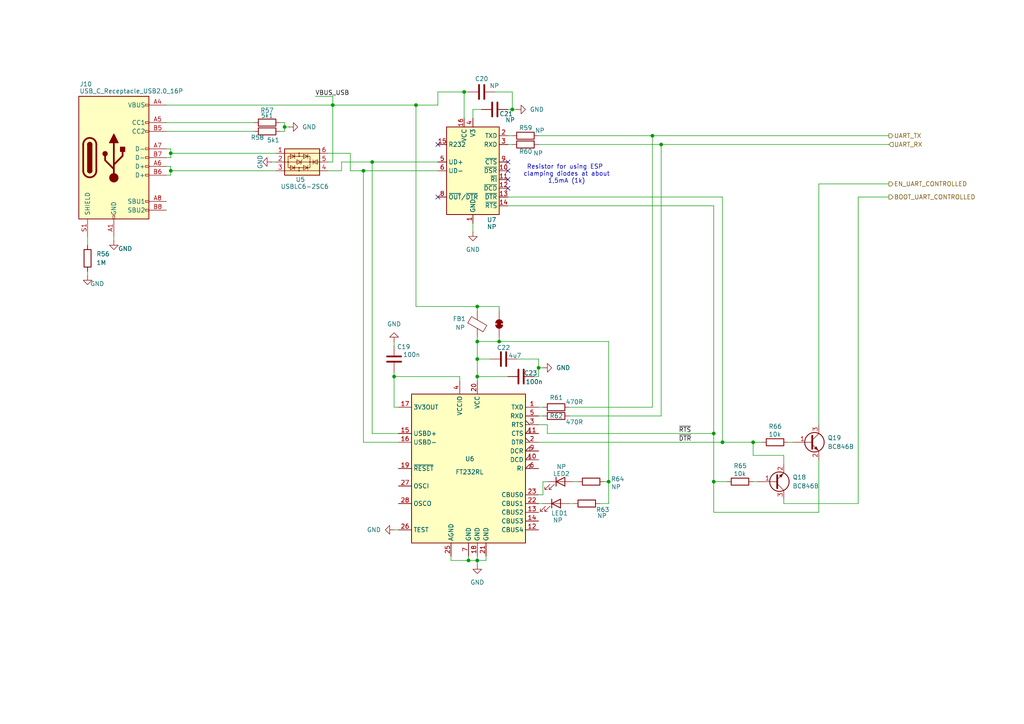
<source format=kicad_sch>
(kicad_sch (version 20231120) (generator "eeschema") (generator_version "8.0")
  (paper "A4")
  (lib_symbols
    (symbol "Connector:USB_C_Receptacle_USB2.0_16P" (pin_names (offset 1.016))
      (property "Reference" "J" (at 0 22.225 0))
      (property "Value" "USB_C_Receptacle_USB2.0_16P" (at 0 19.685 0))
      (symbol "USB_C_Receptacle_USB2.0_16P_0_0"
        (rectangle (start -0.254 -17.78) (end 0.254 -16.764))
        (rectangle (start 10.16 -14.986) (end 9.144 -15.494))
        (rectangle (start 10.16 -12.446) (end 9.144 -12.954))
        (rectangle (start 10.16 -4.826) (end 9.144 -5.334))
        (rectangle (start 10.16 -2.286) (end 9.144 -2.794))
        (rectangle (start 10.16 0.254) (end 9.144 -0.254))
        (rectangle (start 10.16 2.794) (end 9.144 2.286))
        (rectangle (start 10.16 7.874) (end 9.144 7.366))
        (rectangle (start 10.16 10.414) (end 9.144 9.906))
        (rectangle (start 10.16 15.494) (end 9.144 14.986))
      )
      (symbol "USB_C_Receptacle_USB2.0_16P_0_1"
        (rectangle (start -10.16 17.78) (end 10.16 -17.78) (stroke (width 0.254)) (fill (type background)))
        (arc (start -8.89 -3.81) (mid -6.985 -5.7067) (end -5.08 -3.81) (stroke (width 0.508)))
        (arc (start -7.62 -3.81) (mid -6.985 -4.4423) (end -6.35 -3.81) (stroke (width 0.254)))
        (arc (start -7.62 -3.81) (mid -6.985 -4.4423) (end -6.35 -3.81) (stroke (width 0.254)) (fill (type outline)))
        (rectangle (start -7.62 -3.81) (end -6.35 3.81) (stroke (width 0.254)) (fill (type outline)))
        (arc (start -6.35 3.81) (mid -6.985 4.4423) (end -7.62 3.81) (stroke (width 0.254)))
        (arc (start -6.35 3.81) (mid -6.985 4.4423) (end -7.62 3.81) (stroke (width 0.254)) (fill (type outline)))
        (arc (start -5.08 3.81) (mid -6.985 5.7067) (end -8.89 3.81) (stroke (width 0.508)))
        (circle (center -2.54 1.143) (radius 0.635) (stroke (width 0.254)) (fill (type outline)))
        (circle (center 0 -5.842) (radius 1.27) (fill (type outline)))
        (polyline (pts (xy -8.89 -3.81) (xy -8.89 3.81)) (stroke (width 0.508)))
        (polyline (pts (xy -5.08 3.81) (xy -5.08 -3.81)) (stroke (width 0.508)))
        (polyline (pts (xy 0 -5.842) (xy 0 4.318)) (stroke (width 0.508)))
        (polyline (pts (xy 0 -3.302) (xy -2.54 -0.762) (xy -2.54 0.508)) (stroke (width 0.508)))
        (polyline (pts (xy 0 -2.032) (xy 2.54 0.508) (xy 2.54 1.778)) (stroke (width 0.508)))
        (polyline (pts (xy -1.27 4.318) (xy 0 6.858) (xy 1.27 4.318) (xy -1.27 4.318)) (stroke (width 0.254)) (fill (type outline)))
        (rectangle (start 1.905 1.778) (end 3.175 3.048) (stroke (width 0.254)) (fill (type outline)))
      )
      (symbol "USB_C_Receptacle_USB2.0_16P_1_1"
        (pin passive line (at 0 -22.86 90) (length 5.08) (name "GND") (number "A1"))
        (pin passive line (at 0 -22.86 90) (length 5.08) hide (name "GND") (number "A12"))
        (pin passive line (at 15.24 15.24 180) (length 5.08) (name "VBUS") (number "A4"))
        (pin bidirectional line (at 15.24 10.16 180) (length 5.08) (name "CC1") (number "A5"))
        (pin bidirectional line (at 15.24 -2.54 180) (length 5.08) (name "D+") (number "A6"))
        (pin bidirectional line (at 15.24 2.54 180) (length 5.08) (name "D-") (number "A7"))
        (pin bidirectional line (at 15.24 -12.7 180) (length 5.08) (name "SBU1") (number "A8"))
        (pin passive line (at 15.24 15.24 180) (length 5.08) hide (name "VBUS") (number "A9"))
        (pin passive line (at 0 -22.86 90) (length 5.08) hide (name "GND") (number "B1"))
        (pin passive line (at 0 -22.86 90) (length 5.08) hide (name "GND") (number "B12"))
        (pin passive line (at 15.24 15.24 180) (length 5.08) hide (name "VBUS") (number "B4"))
        (pin bidirectional line (at 15.24 7.62 180) (length 5.08) (name "CC2") (number "B5"))
        (pin bidirectional line (at 15.24 -5.08 180) (length 5.08) (name "D+") (number "B6"))
        (pin bidirectional line (at 15.24 0 180) (length 5.08) (name "D-") (number "B7"))
        (pin bidirectional line (at 15.24 -15.24 180) (length 5.08) (name "SBU2") (number "B8"))
        (pin passive line (at 15.24 15.24 180) (length 5.08) hide (name "VBUS") (number "B9"))
        (pin passive line (at -7.62 -22.86 90) (length 5.08) (name "SHIELD") (number "S1"))
      )
    )
    (symbol "Device:C" (pin_numbers hide) (pin_names (offset 0.254))
      (property "Reference" "C" (at 0.635 2.54 0))
      (property "Value" "C" (at 0.635 -2.54 0))
      (symbol "C_0_1"
        (polyline (pts (xy -2.032 -0.762) (xy 2.032 -0.762)) (stroke (width 0.508)))
        (polyline (pts (xy -2.032 0.762) (xy 2.032 0.762)) (stroke (width 0.508)))
      )
      (symbol "C_1_1"
        (pin passive line (at 0 3.81 270) (length 2.794) (name "~") (number "1"))
        (pin passive line (at 0 -3.81 90) (length 2.794) (name "~") (number "2"))
      )
    )
    (symbol "Device:FerriteBead" (pin_numbers hide) (pin_names (offset 0))
      (property "Reference" "FB" (at -3.81 0.635 90))
      (property "Value" "FerriteBead" (at 3.81 0 90))
      (symbol "FerriteBead_0_1"
        (polyline (pts (xy 0 -1.27) (xy 0 -1.2192)))
        (polyline (pts (xy 0 1.27) (xy 0 1.2954)))
        (polyline (pts (xy -2.7686 0.4064) (xy -1.7018 2.2606) (xy 2.7686 -0.3048) (xy 1.6764 -2.159) (xy -2.7686 0.4064)))
      )
      (symbol "FerriteBead_1_1"
        (pin passive line (at 0 3.81 270) (length 2.54) (name "~") (number "1"))
        (pin passive line (at 0 -3.81 90) (length 2.54) (name "~") (number "2"))
      )
    )
    (symbol "Device:LED" (pin_numbers hide) (pin_names (offset 1.016) hide)
      (property "Reference" "D" (at 0 2.54 0))
      (property "Value" "LED" (at 0 -2.54 0))
      (symbol "LED_0_1"
        (polyline (pts (xy -1.27 -1.27) (xy -1.27 1.27)) (stroke (width 0.254)))
        (polyline (pts (xy -1.27 0) (xy 1.27 0)))
        (polyline (pts (xy 1.27 -1.27) (xy 1.27 1.27) (xy -1.27 0) (xy 1.27 -1.27)) (stroke (width 0.254)))
        (polyline (pts (xy -3.048 -0.762) (xy -4.572 -2.286) (xy -3.81 -2.286) (xy -4.572 -2.286) (xy -4.572 -1.524)))
        (polyline (pts (xy -1.778 -0.762) (xy -3.302 -2.286) (xy -2.54 -2.286) (xy -3.302 -2.286) (xy -3.302 -1.524)))
      )
      (symbol "LED_1_1"
        (pin passive line (at -3.81 0 0) (length 2.54) (name "K") (number "1"))
        (pin passive line (at 3.81 0 180) (length 2.54) (name "A") (number "2"))
      )
    )
    (symbol "Device:R" (pin_numbers hide) (pin_names (offset 0))
      (property "Reference" "R" (at 2.032 0 90))
      (property "Value" "R" (at 0 0 90))
      (symbol "R_0_1"
        (rectangle (start -1.016 -2.54) (end 1.016 2.54) (stroke (width 0.254)))
      )
      (symbol "R_1_1"
        (pin passive line (at 0 3.81 270) (length 1.27) (name "~") (number "1"))
        (pin passive line (at 0 -3.81 90) (length 1.27) (name "~") (number "2"))
      )
    )
    (symbol "Interface_USB:CH340C"
      (property "Reference" "U" (at -5.08 13.97 0))
      (property "Value" "CH340C" (at 1.27 13.97 0))
      (symbol "CH340C_0_1"
        (rectangle (start -7.62 12.7) (end 7.62 -12.7) (stroke (width 0.254)) (fill (type background)))
      )
      (symbol "CH340C_1_1"
        (pin power_in line (at 0 -15.24 90) (length 2.54) (name "GND") (number "1"))
        (pin input line (at 10.16 0 180) (length 2.54) (name "~{DSR}") (number "10"))
        (pin input line (at 10.16 -2.54 180) (length 2.54) (name "~{RI}") (number "11"))
        (pin input line (at 10.16 -5.08 180) (length 2.54) (name "~{DCD}") (number "12"))
        (pin output line (at 10.16 -7.62 180) (length 2.54) (name "~{DTR}") (number "13"))
        (pin output line (at 10.16 -10.16 180) (length 2.54) (name "~{RTS}") (number "14"))
        (pin input line (at -10.16 7.62 0) (length 2.54) (name "R232") (number "15"))
        (pin power_in line (at -2.54 15.24 270) (length 2.54) (name "VCC") (number "16"))
        (pin output line (at 10.16 10.16 180) (length 2.54) (name "TXD") (number "2"))
        (pin input line (at 10.16 7.62 180) (length 2.54) (name "RXD") (number "3"))
        (pin power_out line (at 0 15.24 270) (length 2.54) (name "V3") (number "4"))
        (pin bidirectional line (at -10.16 2.54 0) (length 2.54) (name "UD+") (number "5"))
        (pin bidirectional line (at -10.16 0 0) (length 2.54) (name "UD-") (number "6"))
        (pin no_connect line (at -7.62 -5.08 0) (length 2.54) hide (name "NC") (number "7"))
        (pin output line (at -10.16 -7.62 0) (length 2.54) (name "~{OUT}/~{DTR}") (number "8"))
        (pin input line (at 10.16 2.54 180) (length 2.54) (name "~{CTS}") (number "9"))
      )
    )
    (symbol "Interface_USB:FT232RL"
      (property "Reference" "U" (at -16.51 22.86 0))
      (property "Value" "FT232RL" (at 10.16 22.86 0))
      (symbol "FT232RL_0_1"
        (rectangle (start -16.51 21.59) (end 16.51 -21.59) (stroke (width 0.254)) (fill (type background)))
      )
      (symbol "FT232RL_1_1"
        (pin output line (at 20.32 17.78 180) (length 3.81) (name "TXD") (number "1"))
        (pin input input_low (at 20.32 2.54 180) (length 3.81) (name "DCD") (number "10"))
        (pin input input_low (at 20.32 10.16 180) (length 3.81) (name "CTS") (number "11"))
        (pin bidirectional line (at 20.32 -17.78 180) (length 3.81) (name "CBUS4") (number "12"))
        (pin bidirectional line (at 20.32 -12.7 180) (length 3.81) (name "CBUS2") (number "13"))
        (pin bidirectional line (at 20.32 -15.24 180) (length 3.81) (name "CBUS3") (number "14"))
        (pin bidirectional line (at -20.32 10.16 0) (length 3.81) (name "USBD+") (number "15"))
        (pin bidirectional line (at -20.32 7.62 0) (length 3.81) (name "USBD-") (number "16"))
        (pin power_out line (at -20.32 17.78 0) (length 3.81) (name "3V3OUT") (number "17"))
        (pin power_in line (at 2.54 -25.4 90) (length 3.81) (name "GND") (number "18"))
        (pin input line (at -20.32 0 0) (length 3.81) (name "~{RESET}") (number "19"))
        (pin output output_low (at 20.32 7.62 180) (length 3.81) (name "DTR") (number "2"))
        (pin power_in line (at 2.54 25.4 270) (length 3.81) (name "VCC") (number "20"))
        (pin power_in line (at 5.08 -25.4 90) (length 3.81) (name "GND") (number "21"))
        (pin bidirectional line (at 20.32 -10.16 180) (length 3.81) (name "CBUS1") (number "22"))
        (pin bidirectional line (at 20.32 -7.62 180) (length 3.81) (name "CBUS0") (number "23"))
        (pin power_in line (at -5.08 -25.4 90) (length 3.81) (name "AGND") (number "25"))
        (pin input line (at -20.32 -17.78 0) (length 3.81) (name "TEST") (number "26"))
        (pin input line (at -20.32 -5.08 0) (length 3.81) (name "OSCI") (number "27"))
        (pin output line (at -20.32 -10.16 0) (length 3.81) (name "OSCO") (number "28"))
        (pin output output_low (at 20.32 12.7 180) (length 3.81) (name "RTS") (number "3"))
        (pin power_in line (at -2.54 25.4 270) (length 3.81) (name "VCCIO") (number "4"))
        (pin input line (at 20.32 15.24 180) (length 3.81) (name "RXD") (number "5"))
        (pin input input_low (at 20.32 0 180) (length 3.81) (name "RI") (number "6"))
        (pin power_in line (at 0 -25.4 90) (length 3.81) (name "GND") (number "7"))
        (pin input input_low (at 20.32 5.08 180) (length 3.81) (name "DCR") (number "9"))
      )
    )
    (symbol "Jumper:SolderJumper_2_Bridged" (pin_numbers hide) (pin_names (offset 0) hide) (exclude_from_sim yes) (in_bom no)
      (property "Reference" "JP" (at 0 2.032 0))
      (property "Value" "SolderJumper_2_Bridged" (at 0 -2.54 0))
      (symbol "SolderJumper_2_Bridged_0_1"
        (rectangle (start -0.508 0.508) (end 0.508 -0.508) (fill (type outline)))
        (arc (start -0.254 1.016) (mid -1.2656 0) (end -0.254 -1.016))
        (arc (start -0.254 1.016) (mid -1.2656 0) (end -0.254 -1.016) (fill (type outline)))
        (polyline (pts (xy -0.254 1.016) (xy -0.254 -1.016)))
        (polyline (pts (xy 0.254 1.016) (xy 0.254 -1.016)))
        (arc (start 0.254 -1.016) (mid 1.2656 0) (end 0.254 1.016))
        (arc (start 0.254 -1.016) (mid 1.2656 0) (end 0.254 1.016) (fill (type outline)))
      )
      (symbol "SolderJumper_2_Bridged_1_1"
        (pin passive line (at -3.81 0 0) (length 2.54) (name "A") (number "1"))
        (pin passive line (at 3.81 0 180) (length 2.54) (name "B") (number "2"))
      )
    )
    (symbol "Power_Protection:WE-TVS-82400102"
      (property "Reference" "U" (at 0 7.62 0))
      (property "Value" "WE-TVS-82400102" (at 0 5.08 0))
      (symbol "WE-TVS-82400102_0_1"
        (circle (center -4.064 0) (radius 0.127))
        (rectangle (start -4.064 1.651) (end 2.286 -1.651))
        (circle (center -0.889 -2.54) (radius 0.127))
        (circle (center -0.889 -1.651) (radius 0.127))
        (circle (center -0.889 1.651) (radius 0.127))
        (circle (center -0.889 2.54) (radius 0.127))
        (polyline (pts (xy -5.08 -2.54) (xy 5.08 -2.54)))
        (polyline (pts (xy -5.08 2.54) (xy 5.08 2.54)))
        (polyline (pts (xy -4.064 0) (xy -5.08 0)))
        (polyline (pts (xy -4.064 0) (xy 2.286 0)) (fill (type outline)))
        (polyline (pts (xy -2.159 -1.016) (xy -2.159 -2.286)))
        (polyline (pts (xy -2.159 2.286) (xy -2.159 1.016)))
        (polyline (pts (xy -0.889 -1.651) (xy -0.889 -2.413)))
        (polyline (pts (xy -0.889 1.651) (xy -0.889 2.54)))
        (polyline (pts (xy -0.508 -0.635) (xy -0.508 -0.635)))
        (polyline (pts (xy 1.651 -1.016) (xy 1.651 -2.286)))
        (polyline (pts (xy 1.651 2.286) (xy 1.651 1.016)))
        (polyline (pts (xy 2.286 0) (xy 5.08 0)))
        (polyline (pts (xy -3.429 -1.016) (xy -3.429 -2.286) (xy -2.159 -1.651) (xy -3.429 -1.016)))
        (polyline (pts (xy -3.429 1.016) (xy -3.429 2.286) (xy -2.159 1.651) (xy -3.429 1.016)))
        (polyline (pts (xy 0 0.635) (xy -0.254 0.381) (xy -0.254 -0.381) (xy -0.508 -0.635)))
        (polyline (pts (xy 0.381 -1.016) (xy 0.381 -2.286) (xy 1.651 -1.651) (xy 0.381 -1.016)))
        (polyline (pts (xy 0.381 1.016) (xy 0.381 2.286) (xy 1.651 1.651) (xy 0.381 1.016)))
        (circle (center 2.286 0) (radius 0.127))
      )
      (symbol "WE-TVS-82400102_1_1"
        (rectangle (start -5.08 3.81) (end 5.08 -3.81) (stroke (width 0.254)) (fill (type background)))
        (polyline (pts (xy 3.175 0.635) (xy 3.175 -0.635)))
        (polyline (pts (xy -1.524 0.635) (xy -1.524 -0.635) (xy -0.254 0) (xy -1.524 0.635)))
        (polyline (pts (xy 4.445 0.635) (xy 4.445 -0.635) (xy 3.175 0) (xy 4.445 0.635)))
        (pin passive line (at -7.62 2.54 0) (length 2.54) (name "~") (number "1"))
        (pin passive line (at -7.62 0 0) (length 2.54) (name "~") (number "2"))
        (pin passive line (at -7.62 -2.54 0) (length 2.54) (name "~") (number "3"))
        (pin passive line (at 7.62 -2.54 180) (length 2.54) (name "~") (number "4"))
        (pin passive line (at 7.62 0 180) (length 2.54) (name "~") (number "5"))
        (pin passive line (at 7.62 2.54 180) (length 2.54) (name "~") (number "6"))
      )
    )
    (symbol "Transistor_BJT:BC847" (pin_names (offset 0) hide)
      (property "Reference" "Q" (at 5.08 1.905 0))
      (property "Value" "BC847" (at 5.08 0 0))
      (symbol "BC847_0_1"
        (polyline (pts (xy 0.635 0.635) (xy 2.54 2.54)))
        (polyline (pts (xy 0.635 -0.635) (xy 2.54 -2.54) (xy 2.54 -2.54)))
        (polyline (pts (xy 0.635 1.905) (xy 0.635 -1.905) (xy 0.635 -1.905)) (stroke (width 0.508)))
        (polyline (pts (xy 1.27 -1.778) (xy 1.778 -1.27) (xy 2.286 -2.286) (xy 1.27 -1.778) (xy 1.27 -1.778)) (fill (type outline)))
        (circle (center 1.27 0) (radius 2.8194) (stroke (width 0.254)))
      )
      (symbol "BC847_1_1"
        (pin input line (at -5.08 0 0) (length 5.715) (name "B") (number "1"))
        (pin passive line (at 2.54 -5.08 90) (length 2.54) (name "E") (number "2"))
        (pin passive line (at 2.54 5.08 270) (length 2.54) (name "C") (number "3"))
      )
    )
    (symbol "power:GND" (power) (pin_numbers hide) (pin_names (offset 0) hide)
      (property "Value" "GND" (at 0 -3.81 0))
      (symbol "GND_0_1"
        (polyline (pts (xy 0 0) (xy 0 -1.27) (xy 1.27 -1.27) (xy 0 -2.54) (xy -1.27 -1.27) (xy 0 -1.27)))
      )
      (symbol "GND_1_1"
        (pin power_in line (at 0 0 270) (length 0) (name "~") (number "1"))
      )
    )
  )
  (junction (at 120.65 30.48))
  (junction (at 82.55 36.83))
  (junction (at 114.3 109.22))
  (junction (at 107.95 46.99))
  (junction (at 207.01 125.73))
  (junction (at 207.01 139.7))
  (junction (at 189.23 39.37))
  (junction (at 49.53 44.45))
  (junction (at 138.43 162.56))
  (junction (at 218.44 128.27))
  (junction (at 138.43 99.06))
  (junction (at 144.78 99.06))
  (junction (at 105.41 49.53))
  (junction (at 176.53 139.7))
  (junction (at 138.43 109.22))
  (junction (at 191.77 41.91))
  (junction (at 49.53 49.53))
  (junction (at 96.52 30.48))
  (junction (at 135.89 162.56))
  (junction (at 156.21 106.68))
  (junction (at 148.59 31.75))
  (junction (at 138.43 104.14))
  (junction (at 138.43 88.9))
  (junction (at 209.55 128.27))
  (junction (at 134.62 26.67))
  (no_connect (at 147.32 52.07))
  (no_connect (at 147.32 54.61))
  (no_connect (at 127 57.15))
  (no_connect (at 127 41.91))
  (no_connect (at 147.32 49.53))
  (no_connect (at 147.32 46.99))
  (wire (pts (xy 176.53 99.06) (xy 176.53 139.7)))
  (wire (pts (xy 227.33 146.05) (xy 227.33 144.78)))
  (wire (pts (xy 48.26 50.8) (xy 49.53 50.8)))
  (wire (pts (xy 176.53 139.7) (xy 176.53 146.05)))
  (wire (pts (xy 207.01 59.69) (xy 207.01 125.73)))
  (wire (pts (xy 156.21 120.65) (xy 157.48 120.65)))
  (wire (pts (xy 120.65 88.9) (xy 138.43 88.9)))
  (wire (pts (xy 48.26 48.26) (xy 49.53 48.26)))
  (wire (pts (xy 48.26 30.48) (xy 96.52 30.48)))
  (wire (pts (xy 138.43 88.9) (xy 138.43 90.17)))
  (wire (pts (xy 143.51 26.67) (xy 148.59 26.67)))
  (wire (pts (xy 25.4 68.58) (xy 25.4 71.12)))
  (wire (pts (xy 138.43 99.06) (xy 144.78 99.06)))
  (wire (pts (xy 165.1 120.65) (xy 191.77 120.65)))
  (wire (pts (xy 107.95 125.73) (xy 115.57 125.73)))
  (wire (pts (xy 137.16 64.77) (xy 137.16 67.31)))
  (wire (pts (xy 99.06 46.99) (xy 107.95 46.99)))
  (wire (pts (xy 191.77 120.65) (xy 191.77 41.91)))
  (wire (pts (xy 207.01 139.7) (xy 210.82 139.7)))
  (wire (pts (xy 95.25 49.53) (xy 99.06 49.53)))
  (wire (pts (xy 101.6 49.53) (xy 105.41 49.53)))
  (wire (pts (xy 147.32 57.15) (xy 209.55 57.15)))
  (wire (pts (xy 81.28 35.56) (xy 82.55 35.56)))
  (wire (pts (xy 176.53 146.05) (xy 173.99 146.05)))
  (wire (pts (xy 147.32 39.37) (xy 148.59 39.37)))
  (wire (pts (xy 138.43 104.14) (xy 142.24 104.14)))
  (wire (pts (xy 237.49 133.35) (xy 237.49 148.59)))
  (wire (pts (xy 157.48 139.7) (xy 158.75 139.7)))
  (wire (pts (xy 138.43 109.22) (xy 147.32 109.22)))
  (wire (pts (xy 144.78 97.79) (xy 144.78 99.06)))
  (wire (pts (xy 166.37 139.7) (xy 167.64 139.7)))
  (wire (pts (xy 82.55 36.83) (xy 82.55 38.1)))
  (wire (pts (xy 105.41 49.53) (xy 127 49.53)))
  (wire (pts (xy 148.59 26.67) (xy 148.59 31.75)))
  (wire (pts (xy 218.44 139.7) (xy 219.71 139.7)))
  (wire (pts (xy 189.23 118.11) (xy 189.23 39.37)))
  (wire (pts (xy 49.53 43.18) (xy 49.53 44.45)))
  (wire (pts (xy 207.01 125.73) (xy 207.01 139.7)))
  (wire (pts (xy 227.33 134.62) (xy 227.33 132.08)))
  (wire (pts (xy 140.97 161.29) (xy 140.97 162.56)))
  (wire (pts (xy 114.3 153.67) (xy 115.57 153.67)))
  (wire (pts (xy 49.53 49.53) (xy 80.01 49.53)))
  (wire (pts (xy 49.53 49.53) (xy 49.53 50.8)))
  (wire (pts (xy 156.21 104.14) (xy 156.21 106.68)))
  (wire (pts (xy 91.44 27.94) (xy 96.52 27.94)))
  (wire (pts (xy 156.21 106.68) (xy 157.48 106.68)))
  (wire (pts (xy 135.89 26.67) (xy 134.62 26.67)))
  (wire (pts (xy 99.06 46.99) (xy 99.06 49.53)))
  (wire (pts (xy 49.53 45.72) (xy 48.26 45.72)))
  (wire (pts (xy 156.21 118.11) (xy 157.48 118.11)))
  (wire (pts (xy 227.33 132.08) (xy 218.44 132.08)))
  (wire (pts (xy 138.43 161.29) (xy 138.43 162.56)))
  (wire (pts (xy 149.86 104.14) (xy 156.21 104.14)))
  (wire (pts (xy 81.28 38.1) (xy 82.55 38.1)))
  (wire (pts (xy 33.02 68.58) (xy 33.02 69.85)))
  (wire (pts (xy 175.26 139.7) (xy 176.53 139.7)))
  (wire (pts (xy 248.92 57.15) (xy 248.92 146.05)))
  (wire (pts (xy 237.49 123.19) (xy 237.49 53.34)))
  (wire (pts (xy 48.26 35.56) (xy 73.66 35.56)))
  (wire (pts (xy 189.23 39.37) (xy 257.81 39.37)))
  (wire (pts (xy 105.41 128.27) (xy 115.57 128.27)))
  (wire (pts (xy 95.25 44.45) (xy 101.6 44.45)))
  (wire (pts (xy 156.21 39.37) (xy 189.23 39.37)))
  (wire (pts (xy 114.3 109.22) (xy 114.3 107.95)))
  (wire (pts (xy 96.52 30.48) (xy 120.65 30.48)))
  (wire (pts (xy 209.55 57.15) (xy 209.55 128.27)))
  (wire (pts (xy 144.78 90.17) (xy 144.78 88.9)))
  (wire (pts (xy 139.7 31.75) (xy 137.16 31.75)))
  (wire (pts (xy 156.21 106.68) (xy 156.21 109.22)))
  (wire (pts (xy 156.21 41.91) (xy 191.77 41.91)))
  (wire (pts (xy 114.3 118.11) (xy 114.3 109.22)))
  (wire (pts (xy 133.35 110.49) (xy 133.35 109.22)))
  (wire (pts (xy 237.49 148.59) (xy 207.01 148.59)))
  (wire (pts (xy 165.1 118.11) (xy 189.23 118.11)))
  (wire (pts (xy 228.6 128.27) (xy 229.87 128.27)))
  (wire (pts (xy 115.57 118.11) (xy 114.3 118.11)))
  (wire (pts (xy 114.3 99.06) (xy 114.3 100.33)))
  (wire (pts (xy 101.6 49.53) (xy 101.6 44.45)))
  (wire (pts (xy 135.89 161.29) (xy 135.89 162.56)))
  (wire (pts (xy 130.81 161.29) (xy 130.81 162.56)))
  (wire (pts (xy 49.53 44.45) (xy 49.53 45.72)))
  (wire (pts (xy 120.65 30.48) (xy 127 30.48)))
  (wire (pts (xy 138.43 109.22) (xy 138.43 110.49)))
  (wire (pts (xy 158.75 125.73) (xy 158.75 123.19)))
  (wire (pts (xy 138.43 97.79) (xy 138.43 99.06)))
  (wire (pts (xy 137.16 31.75) (xy 137.16 34.29)))
  (wire (pts (xy 96.52 30.48) (xy 96.52 46.99)))
  (wire (pts (xy 257.81 57.15) (xy 248.92 57.15)))
  (wire (pts (xy 156.21 128.27) (xy 209.55 128.27)))
  (wire (pts (xy 107.95 125.73) (xy 107.95 46.99)))
  (wire (pts (xy 135.89 162.56) (xy 138.43 162.56)))
  (wire (pts (xy 257.81 53.34) (xy 237.49 53.34)))
  (wire (pts (xy 120.65 88.9) (xy 120.65 30.48)))
  (wire (pts (xy 209.55 128.27) (xy 218.44 128.27)))
  (wire (pts (xy 218.44 128.27) (xy 218.44 132.08)))
  (wire (pts (xy 207.01 148.59) (xy 207.01 139.7)))
  (wire (pts (xy 158.75 123.19) (xy 156.21 123.19)))
  (wire (pts (xy 156.21 109.22) (xy 154.94 109.22)))
  (wire (pts (xy 25.4 78.74) (xy 25.4 80.01)))
  (wire (pts (xy 191.77 41.91) (xy 257.81 41.91)))
  (wire (pts (xy 114.3 109.22) (xy 133.35 109.22)))
  (wire (pts (xy 138.43 104.14) (xy 138.43 109.22)))
  (wire (pts (xy 127 30.48) (xy 127 26.67)))
  (wire (pts (xy 105.41 128.27) (xy 105.41 49.53)))
  (wire (pts (xy 82.55 35.56) (xy 82.55 36.83)))
  (wire (pts (xy 248.92 146.05) (xy 227.33 146.05)))
  (wire (pts (xy 157.48 139.7) (xy 157.48 143.51)))
  (wire (pts (xy 49.53 43.18) (xy 48.26 43.18)))
  (wire (pts (xy 107.95 46.99) (xy 127 46.99)))
  (wire (pts (xy 144.78 88.9) (xy 138.43 88.9)))
  (wire (pts (xy 134.62 26.67) (xy 134.62 34.29)))
  (wire (pts (xy 165.1 146.05) (xy 166.37 146.05)))
  (wire (pts (xy 156.21 146.05) (xy 157.48 146.05)))
  (wire (pts (xy 147.32 41.91) (xy 148.59 41.91)))
  (wire (pts (xy 138.43 162.56) (xy 140.97 162.56)))
  (wire (pts (xy 147.32 31.75) (xy 148.59 31.75)))
  (wire (pts (xy 49.53 44.45) (xy 80.01 44.45)))
  (wire (pts (xy 138.43 99.06) (xy 138.43 104.14)))
  (wire (pts (xy 48.26 38.1) (xy 73.66 38.1)))
  (wire (pts (xy 49.53 48.26) (xy 49.53 49.53)))
  (wire (pts (xy 158.75 125.73) (xy 207.01 125.73)))
  (wire (pts (xy 95.25 46.99) (xy 96.52 46.99)))
  (wire (pts (xy 218.44 128.27) (xy 220.98 128.27)))
  (wire (pts (xy 78.74 46.99) (xy 80.01 46.99)))
  (wire (pts (xy 130.81 162.56) (xy 135.89 162.56)))
  (wire (pts (xy 127 26.67) (xy 134.62 26.67)))
  (wire (pts (xy 157.48 143.51) (xy 156.21 143.51)))
  (wire (pts (xy 82.55 36.83) (xy 83.82 36.83)))
  (wire (pts (xy 144.78 99.06) (xy 176.53 99.06)))
  (wire (pts (xy 96.52 27.94) (xy 96.52 30.48)))
  (wire (pts (xy 138.43 162.56) (xy 138.43 163.83)))
  (wire (pts (xy 147.32 59.69) (xy 207.01 59.69)))
  (wire (pts (xy 148.59 31.75) (xy 149.86 31.75)))
  (text "Resistor for using ESP \nclamping diodes at about\n1,5mA (1k)" (at 164.338 50.546 0) (effects (font (size 1.27 1.27))))
  (label "~{RTS}" (at 196.85 125.73 0))
  (label "~{DTR}" (at 196.85 128.27 0))
  (label "VBUS_USB" (at 91.44 27.94 0))
  (hierarchical_label "UART_RX" (shape input) (at 257.81 41.91 0))
  (hierarchical_label "BOOT_UART_CONTROLLED" (shape output) (at 257.81 57.15 0))
  (hierarchical_label "EN_UART_CONTROLLED" (shape output) (at 257.81 53.34 0))
  (hierarchical_label "UART_TX" (shape output) (at 257.81 39.37 0))
  (symbol (lib_id "Device:R") (at 77.47 35.56 90) (unit 1)
    (property "Reference" "R57" (at 77.47 32.004 90))
    (property "Value" "5k1" (at 77.47 33.528 90))
    (property "Footprint" "Resistor_SMD:R_0603_1608Metric" (effects (hide yes)))
    (property "Description" "Resistor" (effects (hide yes)))
  )
  (symbol (lib_id "power:GND") (at 149.86 31.75 90) (unit 1)
    (property "Reference" "#PWR0112" (effects (hide yes)))
    (property "Value" "GND" (at 153.67 31.7499 90) (effects (justify right)))
    (property "Description" "Power symbol creates a global label with name \"GND\" , ground" (effects (hide yes)))
  )
  (symbol (lib_id "Device:R") (at 214.63 139.7 90) (unit 1)
    (property "Reference" "R65" (at 216.662 135.128 90) (effects (justify left)))
    (property "Value" "10k" (at 216.408 137.414 90) (effects (justify left)))
    (property "Footprint" "Resistor_SMD:R_0603_1608Metric" (effects (hide yes)))
    (property "Description" "Resistor" (effects (hide yes)))
  )
  (symbol (lib_id "power:GND") (at 138.43 163.83 0) (unit 1)
    (property "Reference" "#PWR0111" (effects (hide yes)))
    (property "Value" "GND" (at 138.43 168.91 0))
    (property "Description" "Power symbol creates a global label with name \"GND\" , ground" (effects (hide yes)))
  )
  (symbol (lib_id "Device:C") (at 151.13 109.22 270) (unit 1)
    (property "Reference" "C23" (at 153.924 108.204 90))
    (property "Value" "100n" (at 154.94 110.744 90))
    (property "Footprint" "Capacitor_SMD:C_0603_1608Metric" (effects (hide yes)))
    (property "Description" "Unpolarized capacitor" (effects (hide yes)))
  )
  (symbol (lib_id "Interface_USB:CH340C") (at 137.16 49.53 0) (unit 1)
    (property "Reference" "U7" (at 141.224 63.754 0) (effects (justify left)))
    (property "Value" "NP" (at 141.224 65.786 0) (effects (justify left)))
    (property "Footprint" "Package_SO:SOIC-16_3.9x9.9mm_P1.27mm" (effects (hide yes)))
    (property "Datasheet" "https://datasheet.lcsc.com/szlcsc/Jiangsu-Qin-Heng-CH340C_C84681.pdf" (effects (hide yes)))
    (property "Description" "USB serial converter, UART, SOIC-16" (effects (hide yes)))
  )
  (symbol (lib_id "power:GND") (at 114.3 99.06 180) (unit 1)
    (property "Reference" "#PWR0108" (effects (hide yes)))
    (property "Value" "GND" (at 114.3 93.98 0))
    (property "Description" "Power symbol creates a global label with name \"GND\" , ground" (effects (hide yes)))
  )
  (symbol (lib_id "Connector:USB_C_Receptacle_USB2.0_16P") (at 33.02 45.72 0) (unit 1)
    (property "Reference" "J10" (at 24.892 24.384 0))
    (property "Value" "USB_C_Receptacle_USB2.0_16P" (at 38.1 26.416 0))
    (property "Footprint" "els_kicad_lib:USB_C_HorVert_top_GCT-JAE-HRO_USB4160-DX07S024WJ3R400-C31M12" (effects (hide yes)))
    (property "Datasheet" "https://www.usb.org/sites/default/files/documents/usb_type-c.zip" (effects (hide yes)))
    (property "Description" "USB 2.0-only 16P Type-C Receptacle connector" (effects (hide yes)))
  )
  (symbol (lib_id "Device:LED") (at 162.56 139.7 0) (unit 1)
    (property "Reference" "LED2" (at 162.814 137.414 0))
    (property "Value" "NP" (at 162.814 135.382 0))
    (property "Footprint" "LED_SMD:LED_0603_1608Metric" (effects (hide yes)))
    (property "Description" "Light emitting diode" (effects (hide yes)))
  )
  (symbol (lib_id "power:GND") (at 78.74 46.99 270) (unit 1)
    (property "Reference" "#PWR0106" (effects (hide yes)))
    (property "Value" "GND" (at 75.438 49.022 0) (effects (justify right)))
    (property "Description" "Power symbol creates a global label with name \"GND\" , ground" (effects (hide yes)))
  )
  (symbol (lib_id "Device:R") (at 152.4 41.91 90) (unit 1)
    (property "Reference" "R60" (at 154.432 43.942 90) (effects (justify left)))
    (property "Value" "NP" (at 154.686 44.45 90) (effects (justify right)))
    (property "Footprint" "Resistor_SMD:R_0603_1608Metric" (effects (hide yes)))
    (property "Description" "Resistor" (effects (hide yes)))
  )
  (symbol (lib_id "Jumper:SolderJumper_2_Bridged") (at 144.78 93.98 90) (unit 1) (exclude_from_sim yes) (in_bom no)
    (property "Reference" "JP1" (effects (hide yes)))
    (property "Footprint" "els_kicad_lib:R_0603_1608Metric_shorted" (effects (hide yes)))
    (property "Description" "Solder Jumper, 2-pole, closed/bridged" (effects (hide yes)))
  )
  (symbol (lib_id "Device:R") (at 224.79 128.27 90) (unit 1)
    (property "Reference" "R66" (at 226.822 123.698 90) (effects (justify left)))
    (property "Value" "10k" (at 226.568 125.984 90) (effects (justify left)))
    (property "Footprint" "Resistor_SMD:R_0603_1608Metric" (effects (hide yes)))
    (property "Description" "Resistor" (effects (hide yes)))
  )
  (symbol (lib_id "Device:R") (at 152.4 39.37 90) (unit 1)
    (property "Reference" "R59" (at 154.432 37.084 90) (effects (justify left)))
    (property "Value" "NP" (at 157.988 37.846 90) (effects (justify left)))
    (property "Footprint" "Resistor_SMD:R_0603_1608Metric" (effects (hide yes)))
    (property "Description" "Resistor" (effects (hide yes)))
  )
  (symbol (lib_id "power:GND") (at 137.16 67.31 0) (unit 1)
    (property "Reference" "#PWR0110" (effects (hide yes)))
    (property "Value" "GND" (at 137.16 72.39 0))
    (property "Description" "Power symbol creates a global label with name \"GND\" , ground" (effects (hide yes)))
  )
  (symbol (lib_id "power:GND") (at 157.48 106.68 90) (unit 1)
    (property "Reference" "#PWR0113" (effects (hide yes)))
    (property "Value" "GND" (at 161.29 106.6799 90) (effects (justify right)))
    (property "Description" "Power symbol creates a global label with name \"GND\" , ground" (effects (hide yes)))
  )
  (symbol (lib_id "Transistor_BJT:BC847") (at 224.79 139.7 0) (mirror x) (unit 1)
    (property "Reference" "Q18" (at 229.87 138.4299 0) (effects (justify left)))
    (property "Value" "BC846B" (at 229.87 140.9699 0) (effects (justify left)))
    (property "Footprint" "Package_TO_SOT_SMD:SOT-23" (effects (hide yes)))
    (property "Datasheet" "http://www.infineon.com/dgdl/Infineon-BC847SERIES_BC848SERIES_BC849SERIES_BC850SERIES-DS-v01_01-en.pdf?fileId=db3a304314dca389011541d4630a1657" (effects (hide yes)))
    (property "Description" "0.1A Ic, 45V Vce, NPN Transistor, SOT-23" (effects (hide yes)))
  )
  (symbol (lib_id "Device:C") (at 139.7 26.67 90) (unit 1)
    (property "Reference" "C20" (at 139.7 22.86 90))
    (property "Value" "NP" (at 141.986 24.892 90) (effects (justify right)))
    (property "Footprint" "Capacitor_SMD:C_0603_1608Metric" (effects (hide yes)))
    (property "Description" "Unpolarized capacitor" (effects (hide yes)))
  )
  (symbol (lib_id "Power_Protection:WE-TVS-82400102") (at 87.63 46.99 0) (unit 1)
    (property "Reference" "U5" (at 87.122 52.07 0))
    (property "Value" "USBLC6-2SC6" (at 88.392 54.102 0))
    (property "Footprint" "Package_TO_SOT_SMD:SOT-23-6" (effects (hide yes)))
    (property "Datasheet" "https://www.we-online.com/components/products/datasheet/82400102.pdf" (effects (hide yes)))
    (property "Description" "Low Capacitance TVS Diode Array, 2 Channels, SOT-23-6" (effects (hide yes)))
  )
  (symbol (lib_id "Device:FerriteBead") (at 138.43 93.98 180) (unit 1)
    (property "Reference" "FB1" (at 131.318 92.456 0) (effects (justify right)))
    (property "Value" "NP" (at 132.08 94.996 0) (effects (justify right)))
    (property "Footprint" "Inductor_SMD:L_0603_1608Metric" (effects (hide yes)))
    (property "Description" "Ferrite bead" (effects (hide yes)))
  )
  (symbol (lib_id "Device:R") (at 170.18 146.05 90) (unit 1)
    (property "Reference" "R63" (at 176.784 147.828 90) (effects (justify left)))
    (property "Value" "NP" (at 176.022 149.606 90) (effects (justify left)))
    (property "Footprint" "Resistor_SMD:R_0603_1608Metric" (effects (hide yes)))
    (property "Description" "Resistor" (effects (hide yes)))
  )
  (symbol (lib_id "Interface_USB:FT232RL") (at 135.89 135.89 0) (unit 1)
    (property "Reference" "U6" (at 134.874 133.096 0) (effects (justify left)))
    (property "Value" "FT232RL" (at 132.08 136.906 0) (effects (justify left)))
    (property "Footprint" "Package_SO:SSOP-28_5.3x10.2mm_P0.65mm" (effects (hide yes)))
    (property "Datasheet" "https://www.ftdichip.com/Support/Documents/DataSheets/ICs/DS_FT232R.pdf" (effects (hide yes)))
    (property "Description" "USB to Serial Interface, SSOP-28" (effects (hide yes)))
  )
  (symbol (lib_id "Device:R") (at 161.29 120.65 90) (unit 1)
    (property "Reference" "R62" (at 163.322 120.65 90) (effects (justify left)))
    (property "Value" "470R" (at 169.164 122.428 90) (effects (justify left)))
    (property "Footprint" "Resistor_SMD:R_0603_1608Metric" (effects (hide yes)))
    (property "Description" "Resistor" (effects (hide yes)))
  )
  (symbol (lib_id "power:GND") (at 83.82 36.83 90) (unit 1)
    (property "Reference" "#PWR0107" (effects (hide yes)))
    (property "Value" "GND" (at 87.63 36.8299 90) (effects (justify right)))
    (property "Description" "Power symbol creates a global label with name \"GND\" , ground" (effects (hide yes)))
  )
  (symbol (lib_id "power:GND") (at 33.02 69.85 0) (unit 1)
    (property "Reference" "#PWR0105" (effects (hide yes)))
    (property "Value" "GND" (at 36.322 72.136 0))
    (property "Description" "Power symbol creates a global label with name \"GND\" , ground" (effects (hide yes)))
  )
  (symbol (lib_id "Transistor_BJT:BC847") (at 234.95 128.27 0) (unit 1)
    (property "Reference" "Q19" (at 240.03 126.9999 0) (effects (justify left)))
    (property "Value" "BC846B" (at 240.03 129.5399 0) (effects (justify left)))
    (property "Footprint" "Package_TO_SOT_SMD:SOT-23" (effects (hide yes)))
    (property "Datasheet" "http://www.infineon.com/dgdl/Infineon-BC847SERIES_BC848SERIES_BC849SERIES_BC850SERIES-DS-v01_01-en.pdf?fileId=db3a304314dca389011541d4630a1657" (effects (hide yes)))
    (property "Description" "0.1A Ic, 45V Vce, NPN Transistor, SOT-23" (effects (hide yes)))
  )
  (symbol (lib_id "Device:R") (at 171.45 139.7 90) (unit 1)
    (property "Reference" "R64" (at 181.102 138.938 90) (effects (justify left)))
    (property "Value" "NP" (at 180.086 141.224 90) (effects (justify left)))
    (property "Footprint" "Resistor_SMD:R_0603_1608Metric" (effects (hide yes)))
    (property "Description" "Resistor" (effects (hide yes)))
  )
  (symbol (lib_id "power:GND") (at 114.3 153.67 270) (unit 1)
    (property "Reference" "#PWR0109" (effects (hide yes)))
    (property "Value" "GND" (at 110.49 153.6699 90) (effects (justify right)))
    (property "Description" "Power symbol creates a global label with name \"GND\" , ground" (effects (hide yes)))
  )
  (symbol (lib_id "Device:R") (at 161.29 118.11 90) (unit 1)
    (property "Reference" "R61" (at 163.322 115.316 90) (effects (justify left)))
    (property "Value" "470R" (at 169.164 116.586 90) (effects (justify left)))
    (property "Footprint" "Resistor_SMD:R_0603_1608Metric" (effects (hide yes)))
    (property "Description" "Resistor" (effects (hide yes)))
  )
  (symbol (lib_id "Device:C") (at 143.51 31.75 90) (unit 1)
    (property "Reference" "C21" (at 146.812 33.02 90))
    (property "Value" "NP" (at 146.558 34.798 90) (effects (justify right)))
    (property "Footprint" "Capacitor_SMD:C_0603_1608Metric" (effects (hide yes)))
    (property "Description" "Unpolarized capacitor" (effects (hide yes)))
  )
  (symbol (lib_id "Device:R") (at 77.47 38.1 90) (unit 1)
    (property "Reference" "R58" (at 74.676 39.878 90))
    (property "Value" "5k1" (at 79.248 40.64 90))
    (property "Footprint" "Resistor_SMD:R_0603_1608Metric" (effects (hide yes)))
    (property "Description" "Resistor" (effects (hide yes)))
  )
  (symbol (lib_id "Device:C") (at 114.3 104.14 180) (unit 1)
    (property "Reference" "C19" (at 117.094 100.584 0))
    (property "Value" "100n" (at 119.38 102.87 0))
    (property "Footprint" "Capacitor_SMD:C_0603_1608Metric" (effects (hide yes)))
    (property "Description" "Unpolarized capacitor" (effects (hide yes)))
  )
  (symbol (lib_id "power:GND") (at 25.4 80.01 0) (unit 1)
    (property "Reference" "#PWR0104" (effects (hide yes)))
    (property "Value" "GND" (at 28.194 82.296 0))
    (property "Description" "Power symbol creates a global label with name \"GND\" , ground" (effects (hide yes)))
  )
  (symbol (lib_id "Device:LED") (at 161.29 146.05 0) (unit 1)
    (property "Reference" "LED1" (at 162.306 148.844 0))
    (property "Value" "NP" (at 161.798 150.876 0))
    (property "Footprint" "LED_SMD:LED_0603_1608Metric" (effects (hide yes)))
    (property "Description" "Light emitting diode" (effects (hide yes)))
  )
  (symbol (lib_id "Device:R") (at 25.4 74.93 0) (unit 1)
    (property "Reference" "R56" (at 27.94 73.6599 0) (effects (justify left)))
    (property "Value" "1M" (at 27.94 76.1999 0) (effects (justify left)))
    (property "Footprint" "Resistor_SMD:R_0603_1608Metric" (effects (hide yes)))
    (property "Description" "Resistor" (effects (hide yes)))
  )
  (symbol (lib_id "Device:C") (at 146.05 104.14 270) (unit 1)
    (property "Reference" "C22" (at 146.05 100.838 90))
    (property "Value" "4u7" (at 149.352 103.124 90))
    (property "Footprint" "Capacitor_SMD:C_1206_3216Metric" (effects (hide yes)))
    (property "Description" "Unpolarized capacitor" (effects (hide yes)))
  )
)
</source>
